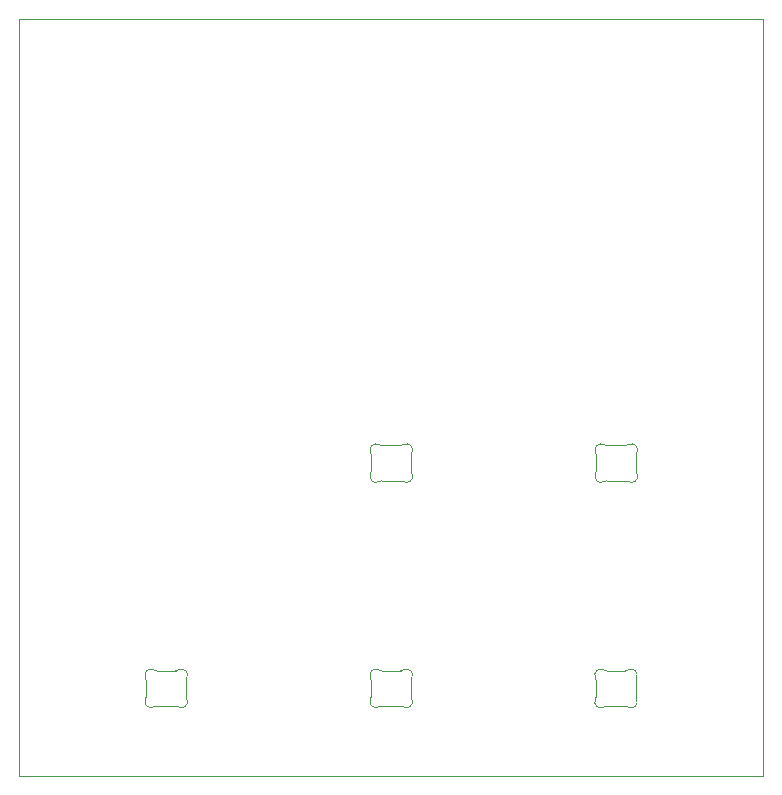
<source format=gm1>
G04 #@! TF.GenerationSoftware,KiCad,Pcbnew,9.0.2*
G04 #@! TF.CreationDate,2025-08-01T12:28:15-04:00*
G04 #@! TF.ProjectId,hackpad,6861636b-7061-4642-9e6b-696361645f70,rev?*
G04 #@! TF.SameCoordinates,Original*
G04 #@! TF.FileFunction,Profile,NP*
%FSLAX46Y46*%
G04 Gerber Fmt 4.6, Leading zero omitted, Abs format (unit mm)*
G04 Created by KiCad (PCBNEW 9.0.2) date 2025-08-01 12:28:15*
%MOMM*%
%LPD*%
G01*
G04 APERTURE LIST*
G04 #@! TA.AperFunction,Profile*
%ADD10C,0.050000*%
G04 #@! TD*
G04 #@! TA.AperFunction,Profile*
%ADD11C,0.100000*%
G04 #@! TD*
G04 APERTURE END LIST*
D10*
X37990000Y-30990000D02*
X101000000Y-30990000D01*
X101000000Y-95050000D01*
X37990000Y-95050000D01*
X37990000Y-30990000D01*
D11*
X67820001Y-69282841D02*
X67820001Y-67877157D01*
X68725548Y-67080000D02*
X70314453Y-67080000D01*
X70314452Y-70079999D02*
X68725548Y-70079999D01*
X71219999Y-67877157D02*
X71219999Y-69282841D01*
X67770516Y-67660279D02*
G75*
G02*
X67820001Y-67877157I-450505J-216876D01*
G01*
X67770516Y-67660279D02*
G75*
G02*
X68473289Y-67011700I450515J216878D01*
G01*
X67820001Y-69282842D02*
G75*
G02*
X67770516Y-69499719I-499990J-1D01*
G01*
X68473289Y-70148296D02*
G75*
G02*
X67770516Y-69499719I-252258J431700D01*
G01*
X68473290Y-70148298D02*
G75*
G02*
X68725548Y-70079999I252261J-431710D01*
G01*
X68725547Y-67079999D02*
G75*
G02*
X68473289Y-67011700I3J500009D01*
G01*
X70314452Y-70079999D02*
G75*
G02*
X70566711Y-70148298I-2J-500011D01*
G01*
X70566711Y-67011701D02*
G75*
G02*
X70314453Y-67080000I-252261J431711D01*
G01*
X70566711Y-67011701D02*
G75*
G02*
X71269483Y-67660279I252259J-431699D01*
G01*
X71219999Y-67877156D02*
G75*
G02*
X71269486Y-67660280I499991J-4D01*
G01*
X71269484Y-69499718D02*
G75*
G02*
X70566711Y-70148298I-450514J-216880D01*
G01*
X71269484Y-69499719D02*
G75*
G02*
X71219981Y-69282841I450516J216919D01*
G01*
X67810001Y-88352841D02*
X67810001Y-86947157D01*
X68715548Y-86150000D02*
X70304453Y-86150000D01*
X70304452Y-89149999D02*
X68715548Y-89149999D01*
X71209999Y-86947157D02*
X71209999Y-88352841D01*
X67760516Y-86730279D02*
G75*
G02*
X67810001Y-86947157I-450505J-216876D01*
G01*
X67760516Y-86730279D02*
G75*
G02*
X68463289Y-86081700I450515J216878D01*
G01*
X67810001Y-88352842D02*
G75*
G02*
X67760516Y-88569719I-499990J-1D01*
G01*
X68463289Y-89218296D02*
G75*
G02*
X67760516Y-88569719I-252258J431700D01*
G01*
X68463290Y-89218298D02*
G75*
G02*
X68715548Y-89149999I252261J-431710D01*
G01*
X68715547Y-86149999D02*
G75*
G02*
X68463289Y-86081700I3J500009D01*
G01*
X70304452Y-89149999D02*
G75*
G02*
X70556711Y-89218298I-2J-500011D01*
G01*
X70556711Y-86081701D02*
G75*
G02*
X70304453Y-86150000I-252261J431711D01*
G01*
X70556711Y-86081701D02*
G75*
G02*
X71259483Y-86730279I252259J-431699D01*
G01*
X71209999Y-86947156D02*
G75*
G02*
X71259486Y-86730280I499991J-4D01*
G01*
X71259484Y-88569718D02*
G75*
G02*
X70556711Y-89218298I-450514J-216880D01*
G01*
X71259484Y-88569719D02*
G75*
G02*
X71209981Y-88352841I450516J216919D01*
G01*
X86870001Y-69282841D02*
X86870001Y-67877157D01*
X87775548Y-67080000D02*
X89364453Y-67080000D01*
X89364452Y-70079999D02*
X87775548Y-70079999D01*
X90269999Y-67877157D02*
X90269999Y-69282841D01*
X86820516Y-67660279D02*
G75*
G02*
X86870001Y-67877157I-450505J-216876D01*
G01*
X86820516Y-67660279D02*
G75*
G02*
X87523289Y-67011700I450515J216878D01*
G01*
X86870001Y-69282842D02*
G75*
G02*
X86820516Y-69499719I-499990J-1D01*
G01*
X87523289Y-70148296D02*
G75*
G02*
X86820516Y-69499719I-252258J431700D01*
G01*
X87523290Y-70148298D02*
G75*
G02*
X87775548Y-70079999I252261J-431710D01*
G01*
X87775547Y-67079999D02*
G75*
G02*
X87523289Y-67011700I3J500009D01*
G01*
X89364452Y-70079999D02*
G75*
G02*
X89616711Y-70148298I-2J-500011D01*
G01*
X89616711Y-67011701D02*
G75*
G02*
X89364453Y-67080000I-252261J431711D01*
G01*
X89616711Y-67011701D02*
G75*
G02*
X90319483Y-67660279I252259J-431699D01*
G01*
X90269999Y-67877156D02*
G75*
G02*
X90319486Y-67660280I499991J-4D01*
G01*
X90319484Y-69499718D02*
G75*
G02*
X89616711Y-70148298I-450514J-216880D01*
G01*
X90319484Y-69499719D02*
G75*
G02*
X90269981Y-69282841I450516J216919D01*
G01*
X86840001Y-88362841D02*
X86840001Y-86957157D01*
X87745548Y-86160000D02*
X89334453Y-86160000D01*
X89334452Y-89159999D02*
X87745548Y-89159999D01*
X90239999Y-86957157D02*
X90239999Y-88362841D01*
X86790516Y-86740279D02*
G75*
G02*
X86840001Y-86957157I-450505J-216876D01*
G01*
X86790516Y-86740279D02*
G75*
G02*
X87493289Y-86091700I450515J216878D01*
G01*
X86840001Y-88362842D02*
G75*
G02*
X86790516Y-88579719I-499990J-1D01*
G01*
X87493289Y-89228296D02*
G75*
G02*
X86790516Y-88579719I-252258J431700D01*
G01*
X87493290Y-89228298D02*
G75*
G02*
X87745548Y-89159999I252261J-431710D01*
G01*
X87745547Y-86159999D02*
G75*
G02*
X87493289Y-86091700I3J500009D01*
G01*
X89334452Y-89159999D02*
G75*
G02*
X89586711Y-89228298I-2J-500011D01*
G01*
X89586711Y-86091701D02*
G75*
G02*
X89334453Y-86160000I-252261J431711D01*
G01*
X89586711Y-86091701D02*
G75*
G02*
X90289483Y-86740279I252259J-431699D01*
G01*
X90239999Y-86957156D02*
G75*
G02*
X90289486Y-86740280I499991J-4D01*
G01*
X90289484Y-88579718D02*
G75*
G02*
X89586711Y-89228298I-450514J-216880D01*
G01*
X90289484Y-88579719D02*
G75*
G02*
X90239981Y-88362841I450516J216919D01*
G01*
X48760001Y-88352841D02*
X48760001Y-86947157D01*
X49665548Y-86150000D02*
X51254453Y-86150000D01*
X51254452Y-89149999D02*
X49665548Y-89149999D01*
X52159999Y-86947157D02*
X52159999Y-88352841D01*
X48710516Y-86730279D02*
G75*
G02*
X48760001Y-86947157I-450505J-216876D01*
G01*
X48710516Y-86730279D02*
G75*
G02*
X49413289Y-86081700I450515J216878D01*
G01*
X48760001Y-88352842D02*
G75*
G02*
X48710516Y-88569719I-499990J-1D01*
G01*
X49413289Y-89218296D02*
G75*
G02*
X48710516Y-88569719I-252258J431700D01*
G01*
X49413290Y-89218298D02*
G75*
G02*
X49665548Y-89149999I252261J-431710D01*
G01*
X49665547Y-86149999D02*
G75*
G02*
X49413289Y-86081700I3J500009D01*
G01*
X51254452Y-89149999D02*
G75*
G02*
X51506711Y-89218298I-2J-500011D01*
G01*
X51506711Y-86081701D02*
G75*
G02*
X51254453Y-86150000I-252261J431711D01*
G01*
X51506711Y-86081701D02*
G75*
G02*
X52209483Y-86730279I252259J-431699D01*
G01*
X52159999Y-86947156D02*
G75*
G02*
X52209486Y-86730280I499991J-4D01*
G01*
X52209484Y-88569718D02*
G75*
G02*
X51506711Y-89218298I-450514J-216880D01*
G01*
X52209484Y-88569719D02*
G75*
G02*
X52159981Y-88352841I450516J216919D01*
G01*
M02*

</source>
